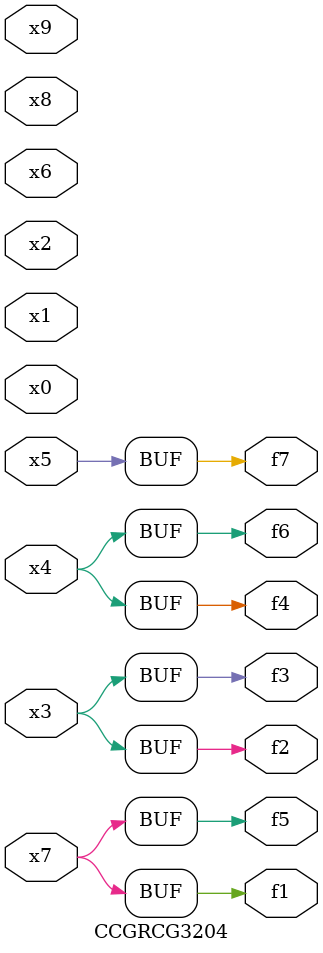
<source format=v>
module CCGRCG3204(
	input x0, x1, x2, x3, x4, x5, x6, x7, x8, x9,
	output f1, f2, f3, f4, f5, f6, f7
);
	assign f1 = x7;
	assign f2 = x3;
	assign f3 = x3;
	assign f4 = x4;
	assign f5 = x7;
	assign f6 = x4;
	assign f7 = x5;
endmodule

</source>
